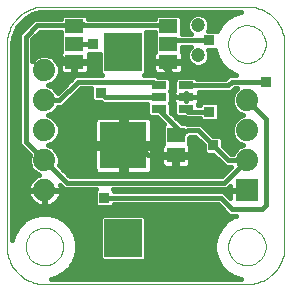
<source format=gbl>
G75*
G70*
%OFA0B0*%
%FSLAX24Y24*%
%IPPOS*%
%LPD*%
%AMOC8*
5,1,8,0,0,1.08239X$1,22.5*
%
%ADD10C,0.0000*%
%ADD11R,0.0740X0.0740*%
%ADD12C,0.0740*%
%ADD13R,0.0630X0.0460*%
%ADD14R,0.0500X0.0250*%
%ADD15C,0.0472*%
%ADD16R,0.1560X0.1560*%
%ADD17R,0.1250X0.1250*%
%ADD18R,0.0591X0.0512*%
%ADD19C,0.0160*%
%ADD20R,0.0356X0.0356*%
D10*
X000680Y001930D02*
X000680Y008680D01*
X000682Y008748D01*
X000687Y008815D01*
X000696Y008882D01*
X000709Y008949D01*
X000726Y009014D01*
X000745Y009079D01*
X000769Y009143D01*
X000796Y009205D01*
X000826Y009266D01*
X000859Y009324D01*
X000895Y009381D01*
X000935Y009436D01*
X000977Y009489D01*
X001023Y009540D01*
X001070Y009587D01*
X001121Y009633D01*
X001174Y009675D01*
X001229Y009715D01*
X001286Y009751D01*
X001344Y009784D01*
X001405Y009814D01*
X001467Y009841D01*
X001531Y009865D01*
X001596Y009884D01*
X001661Y009901D01*
X001728Y009914D01*
X001795Y009923D01*
X001862Y009928D01*
X001930Y009930D01*
X008680Y009930D01*
X008748Y009928D01*
X008815Y009923D01*
X008882Y009914D01*
X008949Y009901D01*
X009014Y009884D01*
X009079Y009865D01*
X009143Y009841D01*
X009205Y009814D01*
X009266Y009784D01*
X009324Y009751D01*
X009381Y009715D01*
X009436Y009675D01*
X009489Y009633D01*
X009540Y009587D01*
X009587Y009540D01*
X009633Y009489D01*
X009675Y009436D01*
X009715Y009381D01*
X009751Y009324D01*
X009784Y009266D01*
X009814Y009205D01*
X009841Y009143D01*
X009865Y009079D01*
X009884Y009014D01*
X009901Y008949D01*
X009914Y008882D01*
X009923Y008815D01*
X009928Y008748D01*
X009930Y008680D01*
X009930Y001930D01*
X009928Y001862D01*
X009923Y001795D01*
X009914Y001728D01*
X009901Y001661D01*
X009884Y001596D01*
X009865Y001531D01*
X009841Y001467D01*
X009814Y001405D01*
X009784Y001344D01*
X009751Y001286D01*
X009715Y001229D01*
X009675Y001174D01*
X009633Y001121D01*
X009587Y001070D01*
X009540Y001023D01*
X009489Y000977D01*
X009436Y000935D01*
X009381Y000895D01*
X009324Y000859D01*
X009266Y000826D01*
X009205Y000796D01*
X009143Y000769D01*
X009079Y000745D01*
X009014Y000726D01*
X008949Y000709D01*
X008882Y000696D01*
X008815Y000687D01*
X008748Y000682D01*
X008680Y000680D01*
X001930Y000680D01*
X001862Y000682D01*
X001795Y000687D01*
X001728Y000696D01*
X001661Y000709D01*
X001596Y000726D01*
X001531Y000745D01*
X001467Y000769D01*
X001405Y000796D01*
X001344Y000826D01*
X001286Y000859D01*
X001229Y000895D01*
X001174Y000935D01*
X001121Y000977D01*
X001070Y001023D01*
X001023Y001070D01*
X000977Y001121D01*
X000935Y001174D01*
X000895Y001229D01*
X000859Y001286D01*
X000826Y001344D01*
X000796Y001405D01*
X000769Y001467D01*
X000745Y001531D01*
X000726Y001596D01*
X000709Y001661D01*
X000696Y001728D01*
X000687Y001795D01*
X000682Y001862D01*
X000680Y001930D01*
X001305Y001930D02*
X001307Y001980D01*
X001313Y002029D01*
X001323Y002078D01*
X001336Y002125D01*
X001354Y002172D01*
X001375Y002217D01*
X001399Y002260D01*
X001427Y002301D01*
X001458Y002340D01*
X001492Y002376D01*
X001529Y002410D01*
X001569Y002440D01*
X001610Y002467D01*
X001654Y002491D01*
X001699Y002511D01*
X001746Y002527D01*
X001794Y002540D01*
X001843Y002549D01*
X001893Y002554D01*
X001942Y002555D01*
X001992Y002552D01*
X002041Y002545D01*
X002090Y002534D01*
X002137Y002520D01*
X002183Y002501D01*
X002228Y002479D01*
X002271Y002454D01*
X002311Y002425D01*
X002349Y002393D01*
X002385Y002359D01*
X002418Y002321D01*
X002447Y002281D01*
X002473Y002239D01*
X002496Y002195D01*
X002515Y002149D01*
X002531Y002102D01*
X002543Y002053D01*
X002551Y002004D01*
X002555Y001955D01*
X002555Y001905D01*
X002551Y001856D01*
X002543Y001807D01*
X002531Y001758D01*
X002515Y001711D01*
X002496Y001665D01*
X002473Y001621D01*
X002447Y001579D01*
X002418Y001539D01*
X002385Y001501D01*
X002349Y001467D01*
X002311Y001435D01*
X002271Y001406D01*
X002228Y001381D01*
X002183Y001359D01*
X002137Y001340D01*
X002090Y001326D01*
X002041Y001315D01*
X001992Y001308D01*
X001942Y001305D01*
X001893Y001306D01*
X001843Y001311D01*
X001794Y001320D01*
X001746Y001333D01*
X001699Y001349D01*
X001654Y001369D01*
X001610Y001393D01*
X001569Y001420D01*
X001529Y001450D01*
X001492Y001484D01*
X001458Y001520D01*
X001427Y001559D01*
X001399Y001600D01*
X001375Y001643D01*
X001354Y001688D01*
X001336Y001735D01*
X001323Y001782D01*
X001313Y001831D01*
X001307Y001880D01*
X001305Y001930D01*
X008055Y001930D02*
X008057Y001980D01*
X008063Y002029D01*
X008073Y002078D01*
X008086Y002125D01*
X008104Y002172D01*
X008125Y002217D01*
X008149Y002260D01*
X008177Y002301D01*
X008208Y002340D01*
X008242Y002376D01*
X008279Y002410D01*
X008319Y002440D01*
X008360Y002467D01*
X008404Y002491D01*
X008449Y002511D01*
X008496Y002527D01*
X008544Y002540D01*
X008593Y002549D01*
X008643Y002554D01*
X008692Y002555D01*
X008742Y002552D01*
X008791Y002545D01*
X008840Y002534D01*
X008887Y002520D01*
X008933Y002501D01*
X008978Y002479D01*
X009021Y002454D01*
X009061Y002425D01*
X009099Y002393D01*
X009135Y002359D01*
X009168Y002321D01*
X009197Y002281D01*
X009223Y002239D01*
X009246Y002195D01*
X009265Y002149D01*
X009281Y002102D01*
X009293Y002053D01*
X009301Y002004D01*
X009305Y001955D01*
X009305Y001905D01*
X009301Y001856D01*
X009293Y001807D01*
X009281Y001758D01*
X009265Y001711D01*
X009246Y001665D01*
X009223Y001621D01*
X009197Y001579D01*
X009168Y001539D01*
X009135Y001501D01*
X009099Y001467D01*
X009061Y001435D01*
X009021Y001406D01*
X008978Y001381D01*
X008933Y001359D01*
X008887Y001340D01*
X008840Y001326D01*
X008791Y001315D01*
X008742Y001308D01*
X008692Y001305D01*
X008643Y001306D01*
X008593Y001311D01*
X008544Y001320D01*
X008496Y001333D01*
X008449Y001349D01*
X008404Y001369D01*
X008360Y001393D01*
X008319Y001420D01*
X008279Y001450D01*
X008242Y001484D01*
X008208Y001520D01*
X008177Y001559D01*
X008149Y001600D01*
X008125Y001643D01*
X008104Y001688D01*
X008086Y001735D01*
X008073Y001782D01*
X008063Y001831D01*
X008057Y001880D01*
X008055Y001930D01*
X008055Y008680D02*
X008057Y008730D01*
X008063Y008779D01*
X008073Y008828D01*
X008086Y008875D01*
X008104Y008922D01*
X008125Y008967D01*
X008149Y009010D01*
X008177Y009051D01*
X008208Y009090D01*
X008242Y009126D01*
X008279Y009160D01*
X008319Y009190D01*
X008360Y009217D01*
X008404Y009241D01*
X008449Y009261D01*
X008496Y009277D01*
X008544Y009290D01*
X008593Y009299D01*
X008643Y009304D01*
X008692Y009305D01*
X008742Y009302D01*
X008791Y009295D01*
X008840Y009284D01*
X008887Y009270D01*
X008933Y009251D01*
X008978Y009229D01*
X009021Y009204D01*
X009061Y009175D01*
X009099Y009143D01*
X009135Y009109D01*
X009168Y009071D01*
X009197Y009031D01*
X009223Y008989D01*
X009246Y008945D01*
X009265Y008899D01*
X009281Y008852D01*
X009293Y008803D01*
X009301Y008754D01*
X009305Y008705D01*
X009305Y008655D01*
X009301Y008606D01*
X009293Y008557D01*
X009281Y008508D01*
X009265Y008461D01*
X009246Y008415D01*
X009223Y008371D01*
X009197Y008329D01*
X009168Y008289D01*
X009135Y008251D01*
X009099Y008217D01*
X009061Y008185D01*
X009021Y008156D01*
X008978Y008131D01*
X008933Y008109D01*
X008887Y008090D01*
X008840Y008076D01*
X008791Y008065D01*
X008742Y008058D01*
X008692Y008055D01*
X008643Y008056D01*
X008593Y008061D01*
X008544Y008070D01*
X008496Y008083D01*
X008449Y008099D01*
X008404Y008119D01*
X008360Y008143D01*
X008319Y008170D01*
X008279Y008200D01*
X008242Y008234D01*
X008208Y008270D01*
X008177Y008309D01*
X008149Y008350D01*
X008125Y008393D01*
X008104Y008438D01*
X008086Y008485D01*
X008073Y008532D01*
X008063Y008581D01*
X008057Y008630D01*
X008055Y008680D01*
D11*
X008680Y003805D03*
D12*
X008680Y004805D03*
X008680Y005805D03*
X008680Y006805D03*
X001930Y006805D03*
X001930Y007805D03*
X001930Y005805D03*
X001930Y004805D03*
X001930Y003805D03*
D13*
X002930Y008080D03*
X002930Y008680D03*
X002930Y009280D03*
X006055Y009280D03*
X006055Y008680D03*
X006055Y008080D03*
D14*
X005755Y007305D03*
X005755Y006905D03*
X005755Y006505D03*
X006655Y006505D03*
X006655Y006905D03*
X006655Y007305D03*
D15*
X007055Y008305D03*
X007055Y009305D03*
D16*
X004555Y005305D03*
D17*
X004555Y008405D03*
X004555Y002205D03*
D18*
X006305Y004970D03*
X006305Y005640D03*
D19*
X006720Y005805D01*
X007055Y005805D01*
X007555Y005305D01*
X008055Y004805D01*
X008680Y004805D01*
X007930Y004055D01*
X002680Y004055D01*
X001930Y004805D01*
X001305Y005430D01*
X001305Y008930D01*
X001680Y009305D01*
X003305Y009305D01*
X005780Y009305D01*
X006055Y009280D01*
X006428Y009650D02*
X005682Y009650D01*
X005600Y009568D01*
X005600Y009525D01*
X003385Y009525D01*
X003385Y009568D01*
X003303Y009650D01*
X002557Y009650D01*
X002475Y009568D01*
X002475Y009525D01*
X001589Y009525D01*
X001214Y009150D01*
X001214Y009150D01*
X001085Y009021D01*
X001085Y005339D01*
X001449Y004975D01*
X001420Y004906D01*
X001420Y004704D01*
X001498Y004516D01*
X001641Y004373D01*
X001754Y004326D01*
X001719Y004315D01*
X001642Y004275D01*
X001572Y004225D01*
X001510Y004163D01*
X001460Y004093D01*
X001420Y004016D01*
X001394Y003934D01*
X001380Y003848D01*
X001380Y003825D01*
X001910Y003825D01*
X001910Y003785D01*
X001950Y003785D01*
X001950Y003825D01*
X002480Y003825D01*
X002480Y003848D01*
X002466Y003934D01*
X002455Y003969D01*
X002589Y003835D01*
X003656Y003835D01*
X003612Y003791D01*
X003612Y003319D01*
X003694Y003237D01*
X004166Y003237D01*
X004248Y003319D01*
X004248Y003335D01*
X007714Y003335D01*
X008089Y002960D01*
X008321Y002960D01*
X008260Y002944D01*
X008012Y002800D01*
X007810Y002598D01*
X007666Y002350D01*
X007592Y002073D01*
X007592Y001787D01*
X007666Y001510D01*
X007810Y001262D01*
X008012Y001060D01*
X008260Y000916D01*
X008470Y000860D01*
X002140Y000860D01*
X002350Y000916D01*
X002598Y001060D01*
X002800Y001262D01*
X002944Y001510D01*
X003018Y001787D01*
X003018Y002073D01*
X002944Y002350D01*
X002800Y002598D01*
X002598Y002800D01*
X002350Y002944D01*
X002073Y003018D01*
X001787Y003018D01*
X001510Y002944D01*
X001262Y002800D01*
X001060Y002598D01*
X000916Y002350D01*
X000860Y002140D01*
X000860Y008680D01*
X000869Y008820D01*
X000941Y009089D01*
X001081Y009331D01*
X001279Y009529D01*
X001521Y009669D01*
X001790Y009741D01*
X001930Y009750D01*
X008470Y009750D01*
X008260Y009694D01*
X008012Y009550D01*
X007810Y009348D01*
X007675Y009114D01*
X007666Y009123D01*
X007387Y009123D01*
X007431Y009230D01*
X007431Y009380D01*
X007374Y009518D01*
X007268Y009624D01*
X007130Y009681D01*
X006980Y009681D01*
X006842Y009624D01*
X006736Y009518D01*
X006679Y009380D01*
X006679Y009230D01*
X006736Y009092D01*
X006803Y009025D01*
X006510Y009025D01*
X006510Y009568D01*
X006428Y009650D01*
X006510Y009556D02*
X006774Y009556D01*
X006686Y009398D02*
X006510Y009398D01*
X006510Y009239D02*
X006679Y009239D01*
X006747Y009081D02*
X006510Y009081D01*
X006055Y008805D02*
X006055Y008680D01*
X006055Y008805D02*
X007430Y008805D01*
X007387Y008487D02*
X007606Y008487D01*
X007666Y008260D01*
X007810Y008012D01*
X008012Y007810D01*
X008260Y007666D01*
X008321Y007650D01*
X008089Y007650D01*
X007964Y007525D01*
X007008Y007525D01*
X006963Y007570D01*
X006347Y007570D01*
X006265Y007488D01*
X006265Y007145D01*
X006261Y007141D01*
X006237Y007099D01*
X006225Y007054D01*
X006225Y006905D01*
X006655Y006905D01*
X006630Y006930D01*
X006305Y006930D01*
X006180Y007055D01*
X006180Y007680D01*
X005930Y007930D01*
X006055Y008080D01*
X006090Y008115D02*
X006550Y008115D01*
X006550Y008334D01*
X006538Y008379D01*
X006514Y008421D01*
X006510Y008425D01*
X006510Y008585D01*
X006803Y008585D01*
X006736Y008518D01*
X006679Y008380D01*
X006679Y008230D01*
X006736Y008092D01*
X006842Y007986D01*
X006980Y007929D01*
X007130Y007929D01*
X007268Y007986D01*
X007374Y008092D01*
X007431Y008230D01*
X007431Y008380D01*
X007387Y008487D01*
X007404Y008447D02*
X007616Y008447D01*
X007659Y008288D02*
X007431Y008288D01*
X007390Y008130D02*
X007742Y008130D01*
X007851Y007971D02*
X007232Y007971D01*
X006878Y007971D02*
X006550Y007971D01*
X006550Y008045D02*
X006090Y008045D01*
X006090Y008115D01*
X006090Y008045D02*
X006020Y008045D01*
X006020Y007670D01*
X005716Y007670D01*
X005671Y007682D01*
X005629Y007706D01*
X005596Y007739D01*
X005572Y007781D01*
X005560Y007826D01*
X005560Y008045D01*
X006020Y008045D01*
X006020Y008115D01*
X005560Y008115D01*
X005560Y008334D01*
X005572Y008379D01*
X005596Y008421D01*
X005600Y008425D01*
X005600Y008968D01*
X005612Y008980D01*
X005600Y008992D01*
X005600Y009085D01*
X005320Y009085D01*
X005320Y007722D01*
X005248Y007650D01*
X005646Y007650D01*
X005726Y007570D01*
X006063Y007570D01*
X006145Y007488D01*
X006145Y007122D01*
X006128Y007105D01*
X006145Y007088D01*
X006145Y006722D01*
X006128Y006705D01*
X006145Y006688D01*
X006145Y006401D01*
X006511Y006036D01*
X006658Y006036D01*
X006669Y006025D01*
X006678Y006025D01*
X006724Y006043D01*
X006766Y006025D01*
X007146Y006025D01*
X007548Y005623D01*
X007791Y005623D01*
X007873Y005541D01*
X007873Y005298D01*
X008146Y005025D01*
X008219Y005025D01*
X008248Y005094D01*
X008391Y005237D01*
X008554Y005305D01*
X008391Y005373D01*
X008248Y005516D01*
X008170Y005704D01*
X008170Y005906D01*
X008248Y006094D01*
X008391Y006237D01*
X008554Y006305D01*
X008391Y006373D01*
X008248Y006516D01*
X008170Y006704D01*
X008170Y006906D01*
X008248Y007094D01*
X008364Y007210D01*
X008271Y007210D01*
X008146Y007085D01*
X007077Y007085D01*
X007085Y007054D01*
X007085Y006905D01*
X006655Y006905D01*
X006655Y006905D01*
X006655Y006905D01*
X006655Y007040D01*
X006655Y007040D01*
X006655Y006905D01*
X007085Y006905D01*
X007085Y006756D01*
X007073Y006711D01*
X007049Y006669D01*
X007045Y006665D01*
X007045Y006650D01*
X007112Y006650D01*
X007112Y006666D01*
X007194Y006748D01*
X007666Y006748D01*
X007748Y006666D01*
X007748Y006194D01*
X007666Y006112D01*
X007194Y006112D01*
X007112Y006194D01*
X007112Y006210D01*
X006639Y006210D01*
X006609Y006240D01*
X006347Y006240D01*
X006265Y006322D01*
X006265Y006665D01*
X006261Y006669D01*
X006237Y006711D01*
X006225Y006756D01*
X006225Y006905D01*
X006655Y006905D01*
X006655Y006905D01*
X006655Y006770D01*
X006655Y006770D01*
X006655Y006905D01*
X006655Y006905D01*
X006655Y006862D02*
X006655Y006862D01*
X006655Y007020D02*
X006655Y007020D01*
X006655Y007305D02*
X008055Y007305D01*
X008180Y007430D01*
X009305Y007430D01*
X008680Y006805D02*
X009305Y006180D01*
X009305Y003305D01*
X009180Y003180D01*
X008180Y003180D01*
X007805Y003555D01*
X003930Y003555D01*
X003612Y003533D02*
X002409Y003533D01*
X002400Y003517D02*
X002440Y003594D01*
X002466Y003676D01*
X002480Y003762D01*
X002480Y003785D01*
X001950Y003785D01*
X001950Y003255D01*
X001973Y003255D01*
X002059Y003269D01*
X002141Y003295D01*
X002218Y003335D01*
X002288Y003385D01*
X002350Y003447D01*
X002400Y003517D01*
X002469Y003692D02*
X003612Y003692D01*
X003612Y003375D02*
X002273Y003375D01*
X001950Y003375D02*
X001910Y003375D01*
X001910Y003255D02*
X001887Y003255D01*
X001801Y003269D01*
X001719Y003295D01*
X001642Y003335D01*
X001572Y003385D01*
X001510Y003447D01*
X001460Y003517D01*
X001420Y003594D01*
X001394Y003676D01*
X001380Y003762D01*
X001380Y003785D01*
X001910Y003785D01*
X001910Y003255D01*
X001910Y003533D02*
X001950Y003533D01*
X001950Y003692D02*
X001910Y003692D01*
X001587Y003375D02*
X000860Y003375D01*
X000860Y003216D02*
X007833Y003216D01*
X007991Y003058D02*
X000860Y003058D01*
X000860Y002899D02*
X001433Y002899D01*
X001202Y002741D02*
X000860Y002741D01*
X000860Y002582D02*
X001050Y002582D01*
X000959Y002424D02*
X000860Y002424D01*
X000860Y002265D02*
X000894Y002265D01*
X000860Y003533D02*
X001451Y003533D01*
X001391Y003692D02*
X000860Y003692D01*
X000860Y003850D02*
X001380Y003850D01*
X001418Y004009D02*
X000860Y004009D01*
X000860Y004167D02*
X001514Y004167D01*
X001752Y004326D02*
X000860Y004326D01*
X000860Y004484D02*
X001530Y004484D01*
X001445Y004643D02*
X000860Y004643D01*
X000860Y004801D02*
X001420Y004801D01*
X001442Y004960D02*
X000860Y004960D01*
X000860Y005118D02*
X001306Y005118D01*
X001147Y005277D02*
X000860Y005277D01*
X000860Y005435D02*
X001085Y005435D01*
X001085Y005594D02*
X000860Y005594D01*
X000860Y005752D02*
X001085Y005752D01*
X001085Y005911D02*
X000860Y005911D01*
X000860Y006069D02*
X001085Y006069D01*
X001085Y006228D02*
X000860Y006228D01*
X000860Y006386D02*
X001085Y006386D01*
X001085Y006545D02*
X000860Y006545D01*
X000860Y006703D02*
X001085Y006703D01*
X001085Y006862D02*
X000860Y006862D01*
X000860Y007020D02*
X001085Y007020D01*
X001085Y007179D02*
X000860Y007179D01*
X000860Y007337D02*
X001085Y007337D01*
X001085Y007496D02*
X000860Y007496D01*
X000860Y007654D02*
X001085Y007654D01*
X001085Y007813D02*
X000860Y007813D01*
X000860Y007971D02*
X001085Y007971D01*
X001085Y008130D02*
X000860Y008130D01*
X000860Y008288D02*
X001085Y008288D01*
X001085Y008447D02*
X000860Y008447D01*
X000860Y008605D02*
X001085Y008605D01*
X001085Y008764D02*
X000865Y008764D01*
X000897Y008922D02*
X001085Y008922D01*
X001144Y009081D02*
X000939Y009081D01*
X001028Y009239D02*
X001303Y009239D01*
X001147Y009398D02*
X001461Y009398D01*
X001326Y009556D02*
X002475Y009556D01*
X002905Y009405D02*
X002930Y009280D01*
X002905Y009405D02*
X003305Y009305D01*
X003385Y009556D02*
X005600Y009556D01*
X005600Y009081D02*
X005320Y009081D01*
X005320Y008922D02*
X005600Y008922D01*
X005600Y008764D02*
X005320Y008764D01*
X005320Y008605D02*
X005600Y008605D01*
X005600Y008447D02*
X005320Y008447D01*
X005320Y008288D02*
X005560Y008288D01*
X005560Y008130D02*
X005320Y008130D01*
X005320Y007971D02*
X005560Y007971D01*
X005564Y007813D02*
X005320Y007813D01*
X005252Y007654D02*
X008306Y007654D01*
X008009Y007813D02*
X006546Y007813D01*
X006550Y007826D02*
X006550Y008045D01*
X006550Y008130D02*
X006720Y008130D01*
X006679Y008288D02*
X006550Y008288D01*
X006510Y008447D02*
X006706Y008447D01*
X006550Y007826D02*
X006538Y007781D01*
X006514Y007739D01*
X006481Y007706D01*
X006439Y007682D01*
X006394Y007670D01*
X006090Y007670D01*
X006090Y008045D01*
X006090Y007971D02*
X006020Y007971D01*
X006020Y007813D02*
X006090Y007813D01*
X006137Y007496D02*
X006273Y007496D01*
X006265Y007337D02*
X006145Y007337D01*
X006145Y007179D02*
X006265Y007179D01*
X006225Y007020D02*
X006145Y007020D01*
X006145Y006862D02*
X006225Y006862D01*
X006242Y006703D02*
X006130Y006703D01*
X006145Y006545D02*
X006265Y006545D01*
X006265Y006386D02*
X006160Y006386D01*
X006319Y006228D02*
X006621Y006228D01*
X006477Y006069D02*
X008237Y006069D01*
X008381Y006228D02*
X007748Y006228D01*
X007748Y006386D02*
X008378Y006386D01*
X008236Y006545D02*
X007748Y006545D01*
X007711Y006703D02*
X008170Y006703D01*
X008170Y006862D02*
X007085Y006862D01*
X007068Y006703D02*
X007149Y006703D01*
X007085Y007020D02*
X008217Y007020D01*
X008240Y007179D02*
X008332Y007179D01*
X007430Y006430D02*
X006730Y006430D01*
X006655Y006505D01*
X007261Y005911D02*
X008172Y005911D01*
X008170Y005752D02*
X007419Y005752D01*
X007114Y005435D02*
X006740Y005435D01*
X006740Y005341D02*
X006740Y005554D01*
X006771Y005585D01*
X006964Y005585D01*
X007237Y005312D01*
X007237Y005069D01*
X007319Y004987D01*
X007562Y004987D01*
X007835Y004714D01*
X007835Y004714D01*
X007964Y004585D01*
X008149Y004585D01*
X007839Y004275D01*
X002771Y004275D01*
X002411Y004635D01*
X002440Y004704D01*
X002440Y004906D01*
X002362Y005094D01*
X002219Y005237D01*
X002056Y005305D01*
X002219Y005373D01*
X002362Y005516D01*
X002440Y005704D01*
X002440Y005906D01*
X002362Y006094D01*
X002219Y006237D01*
X002056Y006305D01*
X002219Y006373D01*
X002362Y006516D01*
X002391Y006585D01*
X002521Y006585D01*
X002650Y006714D01*
X003146Y007210D01*
X003487Y007210D01*
X003487Y006819D01*
X003569Y006737D01*
X003812Y006737D01*
X003864Y006685D01*
X005365Y006685D01*
X005365Y006322D01*
X005447Y006240D01*
X005684Y006240D01*
X005714Y006210D01*
X005920Y006004D01*
X005870Y005954D01*
X005870Y005341D01*
X005866Y005337D01*
X005842Y005296D01*
X005830Y005250D01*
X005830Y005018D01*
X006257Y005018D01*
X006257Y004922D01*
X006353Y004922D01*
X006353Y004534D01*
X006624Y004534D01*
X006670Y004547D01*
X006711Y004570D01*
X006744Y004604D01*
X006768Y004645D01*
X006780Y004691D01*
X006780Y004922D01*
X006353Y004922D01*
X006353Y005018D01*
X006780Y005018D01*
X006780Y005250D01*
X006768Y005296D01*
X006744Y005337D01*
X006740Y005341D01*
X006773Y005277D02*
X007237Y005277D01*
X007237Y005118D02*
X006780Y005118D01*
X006780Y004801D02*
X007748Y004801D01*
X007906Y004643D02*
X006767Y004643D01*
X006353Y004643D02*
X006257Y004643D01*
X006257Y004534D02*
X006257Y004922D01*
X005830Y004922D01*
X005830Y004691D01*
X005842Y004645D01*
X005866Y004604D01*
X005899Y004570D01*
X005940Y004547D01*
X005986Y004534D01*
X006257Y004534D01*
X006257Y004801D02*
X006353Y004801D01*
X006353Y004960D02*
X007589Y004960D01*
X007895Y005277D02*
X008486Y005277D01*
X008329Y005435D02*
X007873Y005435D01*
X007821Y005594D02*
X008216Y005594D01*
X008272Y005118D02*
X008053Y005118D01*
X008048Y004484D02*
X005510Y004484D01*
X005515Y004501D02*
X005515Y005225D01*
X004635Y005225D01*
X004635Y005385D01*
X004475Y005385D01*
X004475Y006265D01*
X003751Y006265D01*
X003706Y006253D01*
X003664Y006229D01*
X003631Y006196D01*
X003607Y006154D01*
X003595Y006109D01*
X003595Y005385D01*
X004475Y005385D01*
X004475Y005225D01*
X004635Y005225D01*
X004635Y004345D01*
X005359Y004345D01*
X005404Y004357D01*
X005446Y004381D01*
X005479Y004414D01*
X005503Y004456D01*
X005515Y004501D01*
X005515Y004643D02*
X005843Y004643D01*
X005830Y004801D02*
X005515Y004801D01*
X005515Y004960D02*
X006257Y004960D01*
X006305Y004970D02*
X005390Y004970D01*
X005055Y005305D01*
X004635Y005277D02*
X005837Y005277D01*
X005830Y005118D02*
X005515Y005118D01*
X005515Y005385D02*
X005515Y006109D01*
X005503Y006154D01*
X005479Y006196D01*
X005446Y006229D01*
X005404Y006253D01*
X005359Y006265D01*
X004635Y006265D01*
X004635Y005385D01*
X005515Y005385D01*
X005515Y005435D02*
X005870Y005435D01*
X005870Y005594D02*
X005515Y005594D01*
X005515Y005752D02*
X005870Y005752D01*
X005870Y005911D02*
X005515Y005911D01*
X005515Y006069D02*
X005855Y006069D01*
X005696Y006228D02*
X005447Y006228D01*
X005365Y006386D02*
X002232Y006386D01*
X002374Y006545D02*
X005365Y006545D01*
X005755Y006505D02*
X005805Y006455D01*
X005805Y006430D01*
X006555Y005680D01*
X006305Y005640D01*
X005755Y006905D02*
X003955Y006905D01*
X003805Y007055D01*
X003487Y007020D02*
X002956Y007020D01*
X002798Y006862D02*
X003487Y006862D01*
X003487Y007179D02*
X003115Y007179D01*
X003055Y007430D02*
X002430Y006805D01*
X001930Y006805D01*
X002278Y007179D02*
X002492Y007179D01*
X002362Y007094D02*
X002376Y007062D01*
X002964Y007650D01*
X003862Y007650D01*
X003790Y007722D01*
X003790Y008362D01*
X003417Y008362D01*
X003425Y008334D01*
X003425Y008115D01*
X002965Y008115D01*
X002965Y008045D01*
X003425Y008045D01*
X003425Y007826D01*
X003413Y007781D01*
X003389Y007739D01*
X003356Y007706D01*
X003314Y007682D01*
X003269Y007670D01*
X002965Y007670D01*
X002965Y008045D01*
X002895Y008045D01*
X002895Y007670D01*
X002591Y007670D01*
X002546Y007682D01*
X002504Y007706D01*
X002471Y007739D01*
X002447Y007781D01*
X002440Y007808D01*
X002440Y007704D01*
X002362Y007516D01*
X002219Y007373D01*
X002056Y007305D01*
X002219Y007237D01*
X002362Y007094D01*
X002133Y007337D02*
X002651Y007337D01*
X002809Y007496D02*
X002342Y007496D01*
X002419Y007654D02*
X003858Y007654D01*
X003790Y007813D02*
X003421Y007813D01*
X003425Y007971D02*
X003790Y007971D01*
X003790Y008130D02*
X003425Y008130D01*
X003425Y008288D02*
X003790Y008288D01*
X003555Y008680D02*
X002930Y008680D01*
X002475Y008605D02*
X001525Y008605D01*
X001525Y008764D02*
X002475Y008764D01*
X002475Y008922D02*
X001608Y008922D01*
X001525Y008839D02*
X001771Y009085D01*
X002475Y009085D01*
X002475Y008992D01*
X002487Y008980D01*
X002475Y008968D01*
X002475Y008425D01*
X002471Y008421D01*
X002447Y008379D01*
X002435Y008334D01*
X002435Y008115D01*
X002895Y008115D01*
X002895Y008045D01*
X002435Y008045D01*
X002435Y007919D01*
X002362Y008094D01*
X002219Y008237D01*
X002031Y008315D01*
X001829Y008315D01*
X001641Y008237D01*
X001525Y008121D01*
X001525Y008839D01*
X001767Y009081D02*
X002475Y009081D01*
X001930Y008805D02*
X002680Y008055D01*
X002905Y008055D01*
X002930Y008080D01*
X002895Y007971D02*
X002965Y007971D01*
X002965Y007813D02*
X002895Y007813D01*
X003055Y007430D02*
X005555Y007430D01*
X005680Y007305D01*
X005755Y007305D01*
X004930Y008055D02*
X004905Y008055D01*
X004555Y008405D01*
X004205Y008055D01*
X004180Y008055D01*
X004930Y008805D01*
X004180Y008805D02*
X004930Y008055D01*
X003846Y006703D02*
X002639Y006703D01*
X002229Y006228D02*
X003663Y006228D01*
X003595Y006069D02*
X002373Y006069D01*
X002438Y005911D02*
X003595Y005911D01*
X003595Y005752D02*
X002440Y005752D01*
X002394Y005594D02*
X003595Y005594D01*
X003595Y005435D02*
X002281Y005435D01*
X002124Y005277D02*
X004475Y005277D01*
X004475Y005225D02*
X003595Y005225D01*
X003595Y004501D01*
X003607Y004456D01*
X003631Y004414D01*
X003664Y004381D01*
X003706Y004357D01*
X003751Y004345D01*
X004475Y004345D01*
X004475Y005225D01*
X004475Y005118D02*
X004635Y005118D01*
X004635Y004960D02*
X004475Y004960D01*
X004475Y004801D02*
X004635Y004801D01*
X004635Y004643D02*
X004475Y004643D01*
X004475Y004484D02*
X004635Y004484D01*
X004204Y003835D02*
X008021Y003835D01*
X008130Y003944D01*
X008130Y003825D01*
X008660Y003825D01*
X008660Y003785D01*
X008130Y003785D01*
X008130Y003541D01*
X008025Y003646D01*
X007896Y003775D01*
X004248Y003775D01*
X004248Y003791D01*
X004204Y003835D01*
X003600Y004484D02*
X002562Y004484D01*
X002415Y004643D02*
X003595Y004643D01*
X003595Y004801D02*
X002440Y004801D01*
X002418Y004960D02*
X003595Y004960D01*
X003595Y005118D02*
X002338Y005118D01*
X002721Y004326D02*
X007889Y004326D01*
X008036Y003850D02*
X008130Y003850D01*
X008130Y003692D02*
X007980Y003692D01*
X008183Y002899D02*
X005309Y002899D01*
X005320Y002888D02*
X005238Y002970D01*
X003872Y002970D01*
X003790Y002888D01*
X003790Y001522D01*
X003872Y001440D01*
X005238Y001440D01*
X005320Y001522D01*
X005320Y002888D01*
X005320Y002741D02*
X007952Y002741D01*
X007800Y002582D02*
X005320Y002582D01*
X005320Y002424D02*
X007709Y002424D01*
X007644Y002265D02*
X005320Y002265D01*
X005320Y002107D02*
X007601Y002107D01*
X007592Y001948D02*
X005320Y001948D01*
X005320Y001790D02*
X007592Y001790D01*
X007634Y001631D02*
X005320Y001631D01*
X005270Y001473D02*
X007688Y001473D01*
X007780Y001314D02*
X002830Y001314D01*
X002922Y001473D02*
X003840Y001473D01*
X003790Y001631D02*
X002976Y001631D01*
X003018Y001790D02*
X003790Y001790D01*
X003790Y001948D02*
X003018Y001948D01*
X003009Y002107D02*
X003790Y002107D01*
X003790Y002265D02*
X002966Y002265D01*
X002901Y002424D02*
X003790Y002424D01*
X003790Y002582D02*
X002810Y002582D01*
X002658Y002741D02*
X003790Y002741D01*
X003801Y002899D02*
X002427Y002899D01*
X002480Y003850D02*
X002574Y003850D01*
X004475Y005435D02*
X004635Y005435D01*
X004635Y005594D02*
X004475Y005594D01*
X004475Y005752D02*
X004635Y005752D01*
X004635Y005911D02*
X004475Y005911D01*
X004475Y006069D02*
X004635Y006069D01*
X004635Y006228D02*
X004475Y006228D01*
X002435Y007971D02*
X002413Y007971D01*
X002435Y008130D02*
X002327Y008130D01*
X002435Y008288D02*
X002097Y008288D01*
X001763Y008288D02*
X001525Y008288D01*
X001525Y008447D02*
X002475Y008447D01*
X001930Y008805D02*
X001805Y008805D01*
X001533Y008130D02*
X001525Y008130D01*
X001692Y009715D02*
X008338Y009715D01*
X008022Y009556D02*
X007336Y009556D01*
X007424Y009398D02*
X007859Y009398D01*
X007747Y009239D02*
X007431Y009239D01*
X007916Y001156D02*
X002694Y001156D01*
X002490Y000997D02*
X008120Y000997D01*
D20*
X007180Y001930D03*
X003930Y003555D03*
X003430Y001930D03*
X005055Y005305D03*
X003430Y006430D03*
X003805Y007055D03*
X004180Y008055D03*
X003555Y008680D03*
X004930Y008055D03*
X007430Y008805D03*
X007680Y007680D03*
X007430Y006430D03*
X007555Y005305D03*
X009305Y007430D03*
X001805Y008805D03*
M02*

</source>
